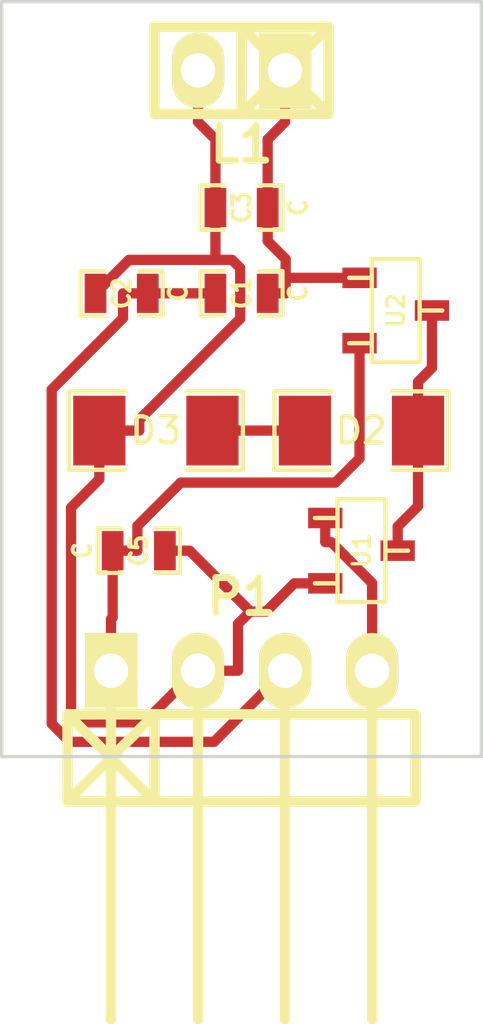
<source format=kicad_pcb>
(kicad_pcb (version 3) (host pcbnew "(2013-mar-13)-testing")

  (general
    (links 17)
    (no_connects 0)
    (area 139.949999 85.949999 154.050001 116.066401)
    (thickness 1.6)
    (drawings 4)
    (tracks 65)
    (zones 0)
    (modules 10)
    (nets 8)
  )

  (page A4)
  (layers
    (15 F.Cu signal)
    (0 B.Cu signal)
    (16 B.Adhes user)
    (17 F.Adhes user)
    (18 B.Paste user)
    (19 F.Paste user)
    (20 B.SilkS user)
    (21 F.SilkS user)
    (22 B.Mask user)
    (23 F.Mask user)
    (24 Dwgs.User user)
    (25 Cmts.User user)
    (26 Eco1.User user)
    (27 Eco2.User user)
    (28 Edge.Cuts user)
  )

  (setup
    (last_trace_width 0.3)
    (trace_clearance 0.254)
    (zone_clearance 0.508)
    (zone_45_only no)
    (trace_min 0.254)
    (segment_width 0.2)
    (edge_width 0.1)
    (via_size 0.889)
    (via_drill 0.635)
    (via_min_size 0.889)
    (via_min_drill 0.508)
    (uvia_size 0.508)
    (uvia_drill 0.127)
    (uvias_allowed no)
    (uvia_min_size 0.508)
    (uvia_min_drill 0.127)
    (pcb_text_width 0.3)
    (pcb_text_size 1.5 1.5)
    (mod_edge_width 0.15)
    (mod_text_size 1 1)
    (mod_text_width 0.15)
    (pad_size 1.5 1.5)
    (pad_drill 0.6)
    (pad_to_mask_clearance 0)
    (aux_axis_origin 0 0)
    (visible_elements FFFFFF7F)
    (pcbplotparams
      (layerselection 268468224)
      (usegerberextensions true)
      (excludeedgelayer true)
      (linewidth 0.150000)
      (plotframeref false)
      (viasonmask false)
      (mode 1)
      (useauxorigin false)
      (hpglpennumber 1)
      (hpglpenspeed 20)
      (hpglpendiameter 15)
      (hpglpenoverlay 2)
      (psnegative false)
      (psa4output false)
      (plotreference true)
      (plotvalue true)
      (plotothertext true)
      (plotinvisibletext false)
      (padsonsilk false)
      (subtractmaskfromsilk false)
      (outputformat 1)
      (mirror false)
      (drillshape 0)
      (scaleselection 1)
      (outputdirectory OUTPUT/))
  )

  (net 0 "")
  (net 1 /RX)
  (net 2 /TX)
  (net 3 /VREC)
  (net 4 GND)
  (net 5 N-000001)
  (net 6 N-000005)
  (net 7 N-000007)

  (net_class Default "This is the default net class."
    (clearance 0.254)
    (trace_width 0.3)
    (via_dia 0.889)
    (via_drill 0.635)
    (uvia_dia 0.508)
    (uvia_drill 0.127)
    (add_net "")
    (add_net /RX)
    (add_net /TX)
    (add_net /VREC)
    (add_net GND)
    (add_net N-000001)
    (add_net N-000005)
    (add_net N-000007)
  )

  (module SM0603_Capa (layer F.Cu) (tedit 5051B1EC) (tstamp 52FA35E7)
    (at 147 94.5 180)
    (path /52FA1DEE)
    (attr smd)
    (fp_text reference C1 (at 0 0 270) (layer F.SilkS)
      (effects (font (size 0.508 0.4572) (thickness 0.1143)))
    )
    (fp_text value C (at -1.651 0 270) (layer F.SilkS)
      (effects (font (size 0.508 0.4572) (thickness 0.1143)))
    )
    (fp_line (start 0.50038 0.65024) (end 1.19888 0.65024) (layer F.SilkS) (width 0.11938))
    (fp_line (start -0.50038 0.65024) (end -1.19888 0.65024) (layer F.SilkS) (width 0.11938))
    (fp_line (start 0.50038 -0.65024) (end 1.19888 -0.65024) (layer F.SilkS) (width 0.11938))
    (fp_line (start -1.19888 -0.65024) (end -0.50038 -0.65024) (layer F.SilkS) (width 0.11938))
    (fp_line (start 1.19888 -0.635) (end 1.19888 0.635) (layer F.SilkS) (width 0.11938))
    (fp_line (start -1.19888 0.635) (end -1.19888 -0.635) (layer F.SilkS) (width 0.11938))
    (pad 1 smd rect (at -0.762 0 180) (size 0.635 1.143)
      (layers F.Cu F.Paste F.Mask)
      (net 7 N-000007)
    )
    (pad 2 smd rect (at 0.762 0 180) (size 0.635 1.143)
      (layers F.Cu F.Paste F.Mask)
      (net 1 /RX)
    )
    (model smd\capacitors\C0603.wrl
      (at (xyz 0 0 0.001))
      (scale (xyz 0.5 0.5 0.5))
      (rotate (xyz 0 0 0))
    )
  )

  (module SM0603_Capa (layer F.Cu) (tedit 5051B1EC) (tstamp 52FA35F3)
    (at 143.5 94.5 180)
    (path /52FA1DFB)
    (attr smd)
    (fp_text reference C2 (at 0 0 270) (layer F.SilkS)
      (effects (font (size 0.508 0.4572) (thickness 0.1143)))
    )
    (fp_text value C (at -1.651 0 270) (layer F.SilkS)
      (effects (font (size 0.508 0.4572) (thickness 0.1143)))
    )
    (fp_line (start 0.50038 0.65024) (end 1.19888 0.65024) (layer F.SilkS) (width 0.11938))
    (fp_line (start -0.50038 0.65024) (end -1.19888 0.65024) (layer F.SilkS) (width 0.11938))
    (fp_line (start 0.50038 -0.65024) (end 1.19888 -0.65024) (layer F.SilkS) (width 0.11938))
    (fp_line (start -1.19888 -0.65024) (end -0.50038 -0.65024) (layer F.SilkS) (width 0.11938))
    (fp_line (start 1.19888 -0.635) (end 1.19888 0.635) (layer F.SilkS) (width 0.11938))
    (fp_line (start -1.19888 0.635) (end -1.19888 -0.635) (layer F.SilkS) (width 0.11938))
    (pad 1 smd rect (at -0.762 0 180) (size 0.635 1.143)
      (layers F.Cu F.Paste F.Mask)
      (net 1 /RX)
    )
    (pad 2 smd rect (at 0.762 0 180) (size 0.635 1.143)
      (layers F.Cu F.Paste F.Mask)
      (net 4 GND)
    )
    (model smd\capacitors\C0603.wrl
      (at (xyz 0 0 0.001))
      (scale (xyz 0.5 0.5 0.5))
      (rotate (xyz 0 0 0))
    )
  )

  (module SM0603_Capa (layer F.Cu) (tedit 5051B1EC) (tstamp 52FA35FF)
    (at 147 92 180)
    (path /52FA1E01)
    (attr smd)
    (fp_text reference C3 (at 0 0 270) (layer F.SilkS)
      (effects (font (size 0.508 0.4572) (thickness 0.1143)))
    )
    (fp_text value C (at -1.651 0 270) (layer F.SilkS)
      (effects (font (size 0.508 0.4572) (thickness 0.1143)))
    )
    (fp_line (start 0.50038 0.65024) (end 1.19888 0.65024) (layer F.SilkS) (width 0.11938))
    (fp_line (start -0.50038 0.65024) (end -1.19888 0.65024) (layer F.SilkS) (width 0.11938))
    (fp_line (start 0.50038 -0.65024) (end 1.19888 -0.65024) (layer F.SilkS) (width 0.11938))
    (fp_line (start -1.19888 -0.65024) (end -0.50038 -0.65024) (layer F.SilkS) (width 0.11938))
    (fp_line (start 1.19888 -0.635) (end 1.19888 0.635) (layer F.SilkS) (width 0.11938))
    (fp_line (start -1.19888 0.635) (end -1.19888 -0.635) (layer F.SilkS) (width 0.11938))
    (pad 1 smd rect (at -0.762 0 180) (size 0.635 1.143)
      (layers F.Cu F.Paste F.Mask)
      (net 7 N-000007)
    )
    (pad 2 smd rect (at 0.762 0 180) (size 0.635 1.143)
      (layers F.Cu F.Paste F.Mask)
      (net 4 GND)
    )
    (model smd\capacitors\C0603.wrl
      (at (xyz 0 0 0.001))
      (scale (xyz 0.5 0.5 0.5))
      (rotate (xyz 0 0 0))
    )
  )

  (module SM0603_Capa (layer F.Cu) (tedit 5051B1EC) (tstamp 52FA360B)
    (at 144 102)
    (path /52FA1F38)
    (attr smd)
    (fp_text reference C5 (at 0 0 90) (layer F.SilkS)
      (effects (font (size 0.508 0.4572) (thickness 0.1143)))
    )
    (fp_text value C (at -1.651 0 90) (layer F.SilkS)
      (effects (font (size 0.508 0.4572) (thickness 0.1143)))
    )
    (fp_line (start 0.50038 0.65024) (end 1.19888 0.65024) (layer F.SilkS) (width 0.11938))
    (fp_line (start -0.50038 0.65024) (end -1.19888 0.65024) (layer F.SilkS) (width 0.11938))
    (fp_line (start 0.50038 -0.65024) (end 1.19888 -0.65024) (layer F.SilkS) (width 0.11938))
    (fp_line (start -1.19888 -0.65024) (end -0.50038 -0.65024) (layer F.SilkS) (width 0.11938))
    (fp_line (start 1.19888 -0.635) (end 1.19888 0.635) (layer F.SilkS) (width 0.11938))
    (fp_line (start -1.19888 0.635) (end -1.19888 -0.635) (layer F.SilkS) (width 0.11938))
    (pad 1 smd rect (at -0.762 0) (size 0.635 1.143)
      (layers F.Cu F.Paste F.Mask)
      (net 3 /VREC)
    )
    (pad 2 smd rect (at 0.762 0) (size 0.635 1.143)
      (layers F.Cu F.Paste F.Mask)
      (net 4 GND)
    )
    (model smd\capacitors\C0603.wrl
      (at (xyz 0 0 0.001))
      (scale (xyz 0.5 0.5 0.5))
      (rotate (xyz 0 0 0))
    )
  )

  (module SM1206 (layer F.Cu) (tedit 42806E24) (tstamp 52FA3617)
    (at 150.5 98.5 180)
    (path /52FA1EB0)
    (attr smd)
    (fp_text reference D2 (at 0 0 180) (layer F.SilkS)
      (effects (font (size 0.762 0.762) (thickness 0.127)))
    )
    (fp_text value LED (at 0 0 180) (layer F.SilkS) hide
      (effects (font (size 0.762 0.762) (thickness 0.127)))
    )
    (fp_line (start -2.54 -1.143) (end -2.54 1.143) (layer F.SilkS) (width 0.127))
    (fp_line (start -2.54 1.143) (end -0.889 1.143) (layer F.SilkS) (width 0.127))
    (fp_line (start 0.889 -1.143) (end 2.54 -1.143) (layer F.SilkS) (width 0.127))
    (fp_line (start 2.54 -1.143) (end 2.54 1.143) (layer F.SilkS) (width 0.127))
    (fp_line (start 2.54 1.143) (end 0.889 1.143) (layer F.SilkS) (width 0.127))
    (fp_line (start -0.889 -1.143) (end -2.54 -1.143) (layer F.SilkS) (width 0.127))
    (pad 1 smd rect (at -1.651 0 180) (size 1.524 2.032)
      (layers F.Cu F.Paste F.Mask)
      (net 6 N-000005)
    )
    (pad 2 smd rect (at 1.651 0 180) (size 1.524 2.032)
      (layers F.Cu F.Paste F.Mask)
      (net 5 N-000001)
    )
    (model smd/chip_cms.wrl
      (at (xyz 0 0 0))
      (scale (xyz 0.17 0.16 0.16))
      (rotate (xyz 0 0 0))
    )
  )

  (module SM1206 (layer F.Cu) (tedit 42806E24) (tstamp 52FA3623)
    (at 144.5 98.5 180)
    (path /52FA1EBD)
    (attr smd)
    (fp_text reference D3 (at 0 0 180) (layer F.SilkS)
      (effects (font (size 0.762 0.762) (thickness 0.127)))
    )
    (fp_text value LED (at 0 0 180) (layer F.SilkS) hide
      (effects (font (size 0.762 0.762) (thickness 0.127)))
    )
    (fp_line (start -2.54 -1.143) (end -2.54 1.143) (layer F.SilkS) (width 0.127))
    (fp_line (start -2.54 1.143) (end -0.889 1.143) (layer F.SilkS) (width 0.127))
    (fp_line (start 0.889 -1.143) (end 2.54 -1.143) (layer F.SilkS) (width 0.127))
    (fp_line (start 2.54 -1.143) (end 2.54 1.143) (layer F.SilkS) (width 0.127))
    (fp_line (start 2.54 1.143) (end 0.889 1.143) (layer F.SilkS) (width 0.127))
    (fp_line (start -0.889 -1.143) (end -2.54 -1.143) (layer F.SilkS) (width 0.127))
    (pad 1 smd rect (at -1.651 0 180) (size 1.524 2.032)
      (layers F.Cu F.Paste F.Mask)
      (net 5 N-000001)
    )
    (pad 2 smd rect (at 1.651 0 180) (size 1.524 2.032)
      (layers F.Cu F.Paste F.Mask)
      (net 4 GND)
    )
    (model smd/chip_cms.wrl
      (at (xyz 0 0 0))
      (scale (xyz 0.17 0.16 0.16))
      (rotate (xyz 0 0 0))
    )
  )

  (module pin_strip_2 (layer F.Cu) (tedit 4F0999B2) (tstamp 52FA3630)
    (at 147 88 180)
    (descr "Pin strip 2pin")
    (tags "CONN DEV")
    (path /52FA1DC9)
    (fp_text reference L1 (at 0 -2.159 180) (layer F.SilkS)
      (effects (font (size 1.016 1.016) (thickness 0.2032)))
    )
    (fp_text value INDUCTOR (at 0.254 -3.556 180) (layer F.SilkS) hide
      (effects (font (size 1.016 0.889) (thickness 0.2032)))
    )
    (fp_line (start 0 -1.27) (end 0 1.27) (layer F.SilkS) (width 0.3048))
    (fp_line (start 0 1.27) (end -2.54 -1.27) (layer F.SilkS) (width 0.3048))
    (fp_line (start -2.54 1.27) (end 0 -1.27) (layer F.SilkS) (width 0.3048))
    (fp_line (start 2.54 1.27) (end -2.54 1.27) (layer F.SilkS) (width 0.3048))
    (fp_line (start -2.54 -1.27) (end 2.54 -1.27) (layer F.SilkS) (width 0.3048))
    (fp_line (start -2.54 1.27) (end -2.54 -1.27) (layer F.SilkS) (width 0.3048))
    (fp_line (start 2.54 -1.27) (end 2.54 1.27) (layer F.SilkS) (width 0.3048))
    (pad 1 thru_hole rect (at -1.27 0 180) (size 1.524 2.19964) (drill 1.00076)
      (layers *.Cu *.Mask F.SilkS)
      (net 7 N-000007)
    )
    (pad 2 thru_hole oval (at 1.27 0 180) (size 1.524 2.19964) (drill 1.00076)
      (layers *.Cu *.Mask F.SilkS)
      (net 4 GND)
    )
    (model walter/pin_strip/pin_strip_2.wrl
      (at (xyz 0 0 0))
      (scale (xyz 1 1 1))
      (rotate (xyz 0 0 0))
    )
  )

  (module pin_strip_4-90 (layer F.Cu) (tedit 4EF89183) (tstamp 52FA3643)
    (at 147 105.5)
    (descr "Pin strip 4pin 90")
    (tags "CONN DEV")
    (path /52FA224C)
    (fp_text reference P1 (at 0 -2.159) (layer F.SilkS)
      (effects (font (size 1.016 1.016) (thickness 0.2032)))
    )
    (fp_text value CONN_4 (at 0.254 -3.556) (layer F.SilkS) hide
      (effects (font (size 1.016 0.889) (thickness 0.2032)))
    )
    (fp_line (start -5.08 1.27) (end -2.54 3.81) (layer F.SilkS) (width 0.3048))
    (fp_line (start -2.54 1.27) (end -5.08 3.81) (layer F.SilkS) (width 0.3048))
    (fp_line (start -5.08 1.27) (end 5.08 1.27) (layer F.SilkS) (width 0.3048))
    (fp_line (start 5.08 1.27) (end 5.08 3.81) (layer F.SilkS) (width 0.3048))
    (fp_line (start 5.08 3.81) (end -5.08 3.81) (layer F.SilkS) (width 0.3048))
    (fp_line (start -2.54 1.27) (end -2.54 3.81) (layer F.SilkS) (width 0.3048))
    (fp_line (start -3.81 0) (end -3.81 10.16) (layer F.SilkS) (width 0.3048))
    (fp_line (start 3.81 0) (end 3.81 10.16) (layer F.SilkS) (width 0.3048))
    (fp_line (start 1.27 10.16) (end 1.27 0) (layer F.SilkS) (width 0.3048))
    (fp_line (start -1.27 0) (end -1.27 10.16) (layer F.SilkS) (width 0.3048))
    (fp_line (start -5.08 3.81) (end -5.08 1.27) (layer F.SilkS) (width 0.3048))
    (pad 1 thru_hole rect (at -3.81 0) (size 1.524 2.19964) (drill 1.00076)
      (layers *.Cu *.Mask F.SilkS)
      (net 3 /VREC)
    )
    (pad 2 thru_hole oval (at -1.27 0) (size 1.524 2.19964) (drill 1.00076)
      (layers *.Cu *.Mask F.SilkS)
      (net 4 GND)
    )
    (pad 3 thru_hole oval (at 1.27 0) (size 1.524 2.19964) (drill 1.00076)
      (layers *.Cu *.Mask F.SilkS)
      (net 1 /RX)
    )
    (pad 4 thru_hole oval (at 3.81 0) (size 1.524 2.19964) (drill 1.00076)
      (layers *.Cu *.Mask F.SilkS)
      (net 2 /TX)
    )
    (model walter/pin_strip/pin_strip_4-90.wrl
      (at (xyz 0 0 0))
      (scale (xyz 1 1 1))
      (rotate (xyz 0 0 0))
    )
  )

  (module sot23 (layer F.Cu) (tedit 50BDE8CE) (tstamp 52FA3651)
    (at 150.5 102 270)
    (descr SOT23)
    (path /52FA35B1)
    (attr smd)
    (fp_text reference U1 (at 0 0 270) (layer F.SilkS)
      (effects (font (size 0.50038 0.50038) (thickness 0.09906)))
    )
    (fp_text value NFET_FDV301N (at 0 0.09906 270) (layer F.SilkS) hide
      (effects (font (size 0.50038 0.50038) (thickness 0.09906)))
    )
    (fp_line (start 0.9525 0.6985) (end 0.9525 1.3589) (layer F.SilkS) (width 0.127))
    (fp_line (start -0.9525 0.6985) (end -0.9525 1.3589) (layer F.SilkS) (width 0.127))
    (fp_line (start 0 -0.6985) (end 0 -1.3589) (layer F.SilkS) (width 0.127))
    (fp_line (start -1.4986 -0.6985) (end 1.4986 -0.6985) (layer F.SilkS) (width 0.127))
    (fp_line (start 1.4986 -0.6985) (end 1.4986 0.6985) (layer F.SilkS) (width 0.127))
    (fp_line (start 1.4986 0.6985) (end -1.4986 0.6985) (layer F.SilkS) (width 0.127))
    (fp_line (start -1.4986 0.6985) (end -1.4986 -0.6985) (layer F.SilkS) (width 0.127))
    (pad 1 smd rect (at -0.9525 1.05664 270) (size 0.59944 1.00076)
      (layers F.Cu F.Paste F.Mask)
      (net 2 /TX)
    )
    (pad 2 smd rect (at 0 -1.05664 270) (size 0.59944 1.00076)
      (layers F.Cu F.Paste F.Mask)
      (net 6 N-000005)
    )
    (pad 3 smd rect (at 0.9525 1.05664 270) (size 0.59944 1.00076)
      (layers F.Cu F.Paste F.Mask)
      (net 4 GND)
    )
    (model smd/smd_transistors/sot23.wrl
      (at (xyz 0 0 0))
      (scale (xyz 1 1 1))
      (rotate (xyz 0 0 0))
    )
  )

  (module sot23 (layer F.Cu) (tedit 50BDE8CE) (tstamp 52FA365F)
    (at 151.5 95 270)
    (descr SOT23)
    (path /52FA3321)
    (attr smd)
    (fp_text reference U2 (at 0 0 270) (layer F.SilkS)
      (effects (font (size 0.50038 0.50038) (thickness 0.09906)))
    )
    (fp_text value BAV99W (at 0 0.09906 270) (layer F.SilkS) hide
      (effects (font (size 0.50038 0.50038) (thickness 0.09906)))
    )
    (fp_line (start 0.9525 0.6985) (end 0.9525 1.3589) (layer F.SilkS) (width 0.127))
    (fp_line (start -0.9525 0.6985) (end -0.9525 1.3589) (layer F.SilkS) (width 0.127))
    (fp_line (start 0 -0.6985) (end 0 -1.3589) (layer F.SilkS) (width 0.127))
    (fp_line (start -1.4986 -0.6985) (end 1.4986 -0.6985) (layer F.SilkS) (width 0.127))
    (fp_line (start 1.4986 -0.6985) (end 1.4986 0.6985) (layer F.SilkS) (width 0.127))
    (fp_line (start 1.4986 0.6985) (end -1.4986 0.6985) (layer F.SilkS) (width 0.127))
    (fp_line (start -1.4986 0.6985) (end -1.4986 -0.6985) (layer F.SilkS) (width 0.127))
    (pad 1 smd rect (at -0.9525 1.05664 270) (size 0.59944 1.00076)
      (layers F.Cu F.Paste F.Mask)
      (net 7 N-000007)
    )
    (pad 2 smd rect (at 0 -1.05664 270) (size 0.59944 1.00076)
      (layers F.Cu F.Paste F.Mask)
      (net 6 N-000005)
    )
    (pad 3 smd rect (at 0.9525 1.05664 270) (size 0.59944 1.00076)
      (layers F.Cu F.Paste F.Mask)
      (net 3 /VREC)
    )
    (model smd/smd_transistors/sot23.wrl
      (at (xyz 0 0 0))
      (scale (xyz 1 1 1))
      (rotate (xyz 0 0 0))
    )
  )

  (gr_line (start 140 108) (end 140 86) (angle 90) (layer Edge.Cuts) (width 0.1))
  (gr_line (start 154 108) (end 140 108) (angle 90) (layer Edge.Cuts) (width 0.1))
  (gr_line (start 154 86) (end 154 108) (angle 90) (layer Edge.Cuts) (width 0.1))
  (gr_line (start 140 86) (end 154 86) (angle 90) (layer Edge.Cuts) (width 0.1))

  (segment (start 144.262 94.5) (end 146.238 94.5) (width 0.3) (layer F.Cu) (net 1))
  (segment (start 143.5402 95.2218) (end 143.5402 94.5) (width 0.3) (layer F.Cu) (net 1))
  (segment (start 141.4596 97.3024) (end 143.5402 95.2218) (width 0.3) (layer F.Cu) (net 1))
  (segment (start 141.4596 107.0453) (end 141.4596 97.3024) (width 0.3) (layer F.Cu) (net 1))
  (segment (start 141.9864 107.5721) (end 141.4596 107.0453) (width 0.3) (layer F.Cu) (net 1))
  (segment (start 146.1979 107.5721) (end 141.9864 107.5721) (width 0.3) (layer F.Cu) (net 1))
  (segment (start 148.27 105.5) (end 146.1979 107.5721) (width 0.3) (layer F.Cu) (net 1))
  (segment (start 144.262 94.5) (end 143.5402 94.5) (width 0.3) (layer F.Cu) (net 1))
  (segment (start 150.81 102.9421) (end 150.81 105.5) (width 0.3) (layer F.Cu) (net 2))
  (segment (start 149.6194 101.7515) (end 150.81 102.9421) (width 0.3) (layer F.Cu) (net 2))
  (segment (start 149.4434 101.7515) (end 149.6194 101.7515) (width 0.3) (layer F.Cu) (net 2))
  (segment (start 149.4434 101.0475) (end 149.4434 101.7515) (width 0.3) (layer F.Cu) (net 2))
  (segment (start 143.19 105.5) (end 143.19 103.9959) (width 0.3) (layer F.Cu) (net 3))
  (segment (start 143.238 103.9479) (end 143.238 102) (width 0.3) (layer F.Cu) (net 3))
  (segment (start 143.19 103.9959) (end 143.238 103.9479) (width 0.3) (layer F.Cu) (net 3))
  (segment (start 143.9598 101.2782) (end 143.9598 102) (width 0.3) (layer F.Cu) (net 3))
  (segment (start 145.2221 100.0159) (end 143.9598 101.2782) (width 0.3) (layer F.Cu) (net 3))
  (segment (start 149.7376 100.0159) (end 145.2221 100.0159) (width 0.3) (layer F.Cu) (net 3))
  (segment (start 150.4434 99.3101) (end 149.7376 100.0159) (width 0.3) (layer F.Cu) (net 3))
  (segment (start 150.4434 95.9525) (end 150.4434 99.3101) (width 0.3) (layer F.Cu) (net 3))
  (segment (start 143.238 102) (end 143.9598 102) (width 0.3) (layer F.Cu) (net 3))
  (segment (start 145.73 88) (end 145.73 89.5042) (width 0.3) (layer F.Cu) (net 4))
  (segment (start 142.849 98.5) (end 144.0153 98.5) (width 0.3) (layer F.Cu) (net 4))
  (segment (start 146.238 90.0122) (end 146.238 92) (width 0.3) (layer F.Cu) (net 4))
  (segment (start 145.73 89.5042) (end 146.238 90.0122) (width 0.3) (layer F.Cu) (net 4))
  (segment (start 146.238 92) (end 146.238 93.5242) (width 0.3) (layer F.Cu) (net 4))
  (segment (start 146.7229 93.5242) (end 146.238 93.5242) (width 0.3) (layer F.Cu) (net 4))
  (segment (start 146.9598 93.7611) (end 146.7229 93.5242) (width 0.3) (layer F.Cu) (net 4))
  (segment (start 146.9598 95.2389) (end 146.9598 93.7611) (width 0.3) (layer F.Cu) (net 4))
  (segment (start 144.0153 98.1834) (end 146.9598 95.2389) (width 0.3) (layer F.Cu) (net 4))
  (segment (start 144.0153 98.5) (end 144.0153 98.1834) (width 0.3) (layer F.Cu) (net 4))
  (segment (start 143.7138 93.5242) (end 142.738 94.5) (width 0.3) (layer F.Cu) (net 4))
  (segment (start 146.238 93.5242) (end 143.7138 93.5242) (width 0.3) (layer F.Cu) (net 4))
  (segment (start 145.73 105.5) (end 145.1469 105.5) (width 0.3) (layer F.Cu) (net 4))
  (segment (start 142.0236 100.7457) (end 142.849 99.9203) (width 0.3) (layer F.Cu) (net 4))
  (segment (start 142.0236 106.8224) (end 142.0236 100.7457) (width 0.3) (layer F.Cu) (net 4))
  (segment (start 142.2054 107.0042) (end 142.0236 106.8224) (width 0.3) (layer F.Cu) (net 4))
  (segment (start 144.1626 107.0042) (end 142.2054 107.0042) (width 0.3) (layer F.Cu) (net 4))
  (segment (start 145.1469 106.0199) (end 144.1626 107.0042) (width 0.3) (layer F.Cu) (net 4))
  (segment (start 145.1469 105.5) (end 145.1469 106.0199) (width 0.3) (layer F.Cu) (net 4))
  (segment (start 142.849 98.5) (end 142.849 99.9203) (width 0.3) (layer F.Cu) (net 4))
  (segment (start 145.73 105.5) (end 146.8963 105.5) (width 0.3) (layer F.Cu) (net 4))
  (segment (start 149.4434 102.9525) (end 148.5387 102.9525) (width 0.3) (layer F.Cu) (net 4))
  (segment (start 144.762 102) (end 145.4838 102) (width 0.3) (layer F.Cu) (net 4))
  (segment (start 146.8963 104.1349) (end 146.8963 105.5) (width 0.3) (layer F.Cu) (net 4))
  (segment (start 147.2575 103.7737) (end 146.8963 104.1349) (width 0.3) (layer F.Cu) (net 4))
  (segment (start 147.7175 103.7737) (end 147.2575 103.7737) (width 0.3) (layer F.Cu) (net 4))
  (segment (start 148.5387 102.9525) (end 147.7175 103.7737) (width 0.3) (layer F.Cu) (net 4))
  (segment (start 147.2575 103.7737) (end 145.4838 102) (width 0.3) (layer F.Cu) (net 4))
  (segment (start 146.151 98.5) (end 148.849 98.5) (width 0.3) (layer F.Cu) (net 5))
  (segment (start 152.151 100.7016) (end 151.5566 101.296) (width 0.3) (layer F.Cu) (net 6))
  (segment (start 152.151 98.5) (end 152.151 100.7016) (width 0.3) (layer F.Cu) (net 6))
  (segment (start 151.5566 102) (end 151.5566 101.296) (width 0.3) (layer F.Cu) (net 6))
  (segment (start 152.5566 96.6741) (end 152.151 97.0797) (width 0.3) (layer F.Cu) (net 6))
  (segment (start 152.5566 95) (end 152.5566 96.6741) (width 0.3) (layer F.Cu) (net 6))
  (segment (start 152.151 98.5) (end 152.151 97.0797) (width 0.3) (layer F.Cu) (net 6))
  (segment (start 148.27 88) (end 148.27 89.5041) (width 0.3) (layer F.Cu) (net 7))
  (segment (start 147.762 90.0121) (end 147.762 92) (width 0.3) (layer F.Cu) (net 7))
  (segment (start 148.27 89.5041) (end 147.762 90.0121) (width 0.3) (layer F.Cu) (net 7))
  (segment (start 147.762 94.5) (end 148.2872 94.5) (width 0.3) (layer F.Cu) (net 7))
  (segment (start 147.762 92) (end 147.762 92.9758) (width 0.3) (layer F.Cu) (net 7))
  (segment (start 150.4434 94.0475) (end 148.2872 94.0475) (width 0.3) (layer F.Cu) (net 7))
  (segment (start 148.2872 94.5) (end 148.2872 94.0475) (width 0.3) (layer F.Cu) (net 7))
  (segment (start 148.2872 93.501) (end 147.762 92.9758) (width 0.3) (layer F.Cu) (net 7))
  (segment (start 148.2872 94.0475) (end 148.2872 93.501) (width 0.3) (layer F.Cu) (net 7))

)

</source>
